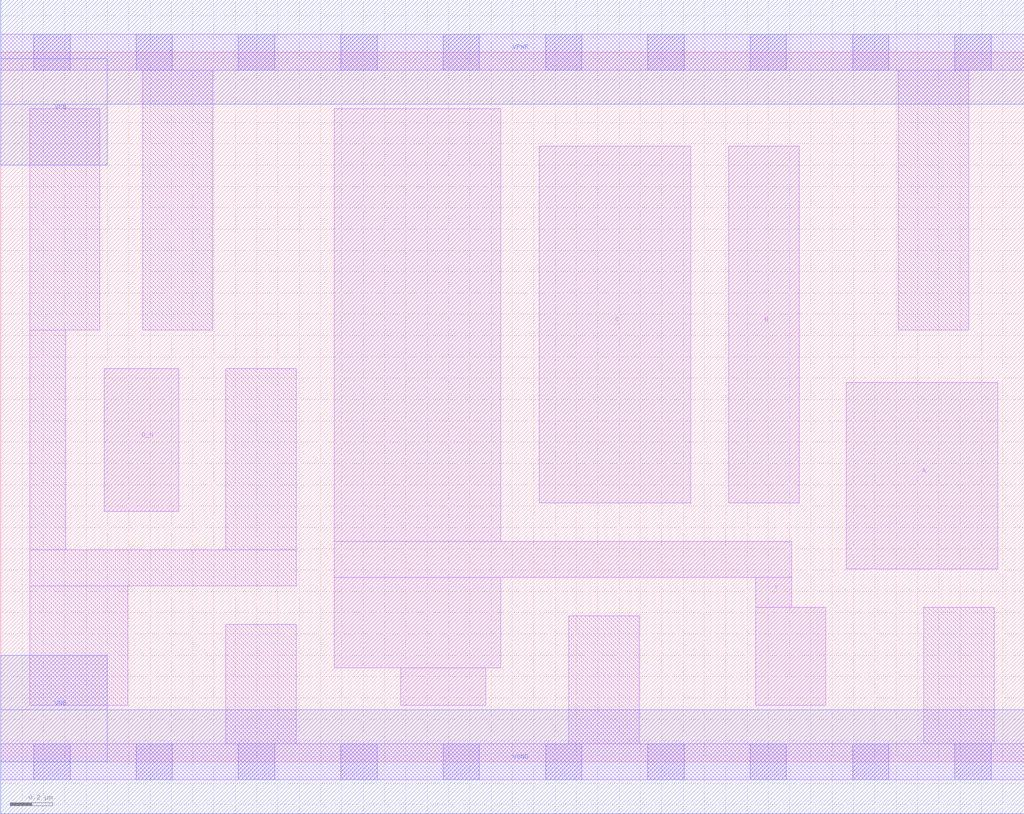
<source format=lef>
# Copyright 2020 The SkyWater PDK Authors
#
# Licensed under the Apache License, Version 2.0 (the "License");
# you may not use this file except in compliance with the License.
# You may obtain a copy of the License at
#
#     https://www.apache.org/licenses/LICENSE-2.0
#
# Unless required by applicable law or agreed to in writing, software
# distributed under the License is distributed on an "AS IS" BASIS,
# WITHOUT WARRANTIES OR CONDITIONS OF ANY KIND, either express or implied.
# See the License for the specific language governing permissions and
# limitations under the License.
#
# SPDX-License-Identifier: Apache-2.0

VERSION 5.5 ;
NAMESCASESENSITIVE ON ;
BUSBITCHARS "[]" ;
DIVIDERCHAR "/" ;
MACRO sky130_fd_sc_lp__nor4b_lp
  CLASS CORE ;
  SOURCE USER ;
  ORIGIN  0.000000  0.000000 ;
  SIZE  4.800000 BY  3.330000 ;
  SYMMETRY X Y R90 ;
  SITE unit ;
  PIN A
    ANTENNAGATEAREA  0.376000 ;
    DIRECTION INPUT ;
    USE SIGNAL ;
    PORT
      LAYER li1 ;
        RECT 3.965000 0.905000 4.675000 1.780000 ;
    END
  END A
  PIN B
    ANTENNAGATEAREA  0.376000 ;
    DIRECTION INPUT ;
    USE SIGNAL ;
    PORT
      LAYER li1 ;
        RECT 3.415000 1.215000 3.745000 2.890000 ;
    END
  END B
  PIN C
    ANTENNAGATEAREA  0.376000 ;
    DIRECTION INPUT ;
    USE SIGNAL ;
    PORT
      LAYER li1 ;
        RECT 2.525000 1.215000 3.235000 2.890000 ;
    END
  END C
  PIN D_N
    ANTENNAGATEAREA  0.376000 ;
    DIRECTION INPUT ;
    USE SIGNAL ;
    PORT
      LAYER li1 ;
        RECT 0.485000 1.175000 0.835000 1.845000 ;
    END
  END D_N
  PIN Y
    ANTENNADIFFAREA  0.635200 ;
    DIRECTION OUTPUT ;
    USE SIGNAL ;
    PORT
      LAYER li1 ;
        RECT 1.565000 0.440000 2.345000 0.865000 ;
        RECT 1.565000 0.865000 3.710000 1.035000 ;
        RECT 1.565000 1.035000 2.345000 3.065000 ;
        RECT 1.875000 0.265000 2.275000 0.440000 ;
        RECT 3.540000 0.265000 3.870000 0.725000 ;
        RECT 3.540000 0.725000 3.710000 0.865000 ;
    END
  END Y
  PIN VGND
    DIRECTION INOUT ;
    USE GROUND ;
    PORT
      LAYER met1 ;
        RECT 0.000000 -0.245000 4.800000 0.245000 ;
    END
  END VGND
  PIN VNB
    DIRECTION INOUT ;
    USE GROUND ;
    PORT
      LAYER met1 ;
        RECT 0.000000 0.000000 0.500000 0.500000 ;
    END
  END VNB
  PIN VPB
    DIRECTION INOUT ;
    USE POWER ;
    PORT
      LAYER met1 ;
        RECT 0.000000 2.800000 0.500000 3.300000 ;
    END
  END VPB
  PIN VPWR
    DIRECTION INOUT ;
    USE POWER ;
    PORT
      LAYER met1 ;
        RECT 0.000000 3.085000 4.800000 3.575000 ;
    END
  END VPWR
  OBS
    LAYER li1 ;
      RECT 0.000000 -0.085000 4.800000 0.085000 ;
      RECT 0.000000  3.245000 4.800000 3.415000 ;
      RECT 0.135000  0.265000 0.595000 0.825000 ;
      RECT 0.135000  0.825000 1.385000 0.995000 ;
      RECT 0.135000  0.995000 0.305000 2.025000 ;
      RECT 0.135000  2.025000 0.465000 3.065000 ;
      RECT 0.665000  2.025000 0.995000 3.245000 ;
      RECT 1.055000  0.085000 1.385000 0.645000 ;
      RECT 1.055000  0.995000 1.385000 1.845000 ;
      RECT 2.665000  0.085000 2.995000 0.685000 ;
      RECT 4.210000  2.025000 4.540000 3.245000 ;
      RECT 4.330000  0.085000 4.660000 0.725000 ;
    LAYER mcon ;
      RECT 0.155000 -0.085000 0.325000 0.085000 ;
      RECT 0.155000  3.245000 0.325000 3.415000 ;
      RECT 0.635000 -0.085000 0.805000 0.085000 ;
      RECT 0.635000  3.245000 0.805000 3.415000 ;
      RECT 1.115000 -0.085000 1.285000 0.085000 ;
      RECT 1.115000  3.245000 1.285000 3.415000 ;
      RECT 1.595000 -0.085000 1.765000 0.085000 ;
      RECT 1.595000  3.245000 1.765000 3.415000 ;
      RECT 2.075000 -0.085000 2.245000 0.085000 ;
      RECT 2.075000  3.245000 2.245000 3.415000 ;
      RECT 2.555000 -0.085000 2.725000 0.085000 ;
      RECT 2.555000  3.245000 2.725000 3.415000 ;
      RECT 3.035000 -0.085000 3.205000 0.085000 ;
      RECT 3.035000  3.245000 3.205000 3.415000 ;
      RECT 3.515000 -0.085000 3.685000 0.085000 ;
      RECT 3.515000  3.245000 3.685000 3.415000 ;
      RECT 3.995000 -0.085000 4.165000 0.085000 ;
      RECT 3.995000  3.245000 4.165000 3.415000 ;
      RECT 4.475000 -0.085000 4.645000 0.085000 ;
      RECT 4.475000  3.245000 4.645000 3.415000 ;
  END
END sky130_fd_sc_lp__nor4b_lp

</source>
